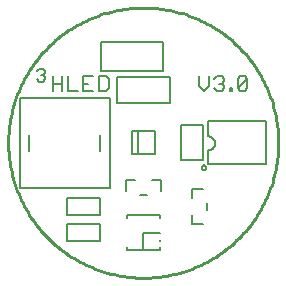
<source format=gto>
G75*
%MOIN*%
%OFA0B0*%
%FSLAX25Y25*%
%IPPOS*%
%LPD*%
%AMOC8*
5,1,8,0,0,1.08239X$1,22.5*
%
%ADD10C,0.01000*%
%ADD11C,0.00700*%
%ADD12C,0.00500*%
D10*
X0001600Y0047850D02*
X0001614Y0048954D01*
X0001654Y0050058D01*
X0001722Y0051160D01*
X0001817Y0052261D01*
X0001938Y0053358D01*
X0002087Y0054453D01*
X0002263Y0055543D01*
X0002465Y0056629D01*
X0002693Y0057710D01*
X0002949Y0058784D01*
X0003230Y0059852D01*
X0003538Y0060913D01*
X0003871Y0061966D01*
X0004231Y0063010D01*
X0004615Y0064045D01*
X0005025Y0065071D01*
X0005461Y0066086D01*
X0005920Y0067090D01*
X0006405Y0068083D01*
X0006914Y0069063D01*
X0007446Y0070030D01*
X0008002Y0070985D01*
X0008582Y0071925D01*
X0009184Y0072851D01*
X0009809Y0073761D01*
X0010456Y0074656D01*
X0011124Y0075535D01*
X0011815Y0076398D01*
X0012526Y0077243D01*
X0013257Y0078070D01*
X0014009Y0078879D01*
X0014780Y0079670D01*
X0015571Y0080441D01*
X0016380Y0081193D01*
X0017207Y0081924D01*
X0018052Y0082635D01*
X0018915Y0083326D01*
X0019794Y0083994D01*
X0020689Y0084641D01*
X0021599Y0085266D01*
X0022525Y0085868D01*
X0023465Y0086448D01*
X0024420Y0087004D01*
X0025387Y0087536D01*
X0026367Y0088045D01*
X0027360Y0088530D01*
X0028364Y0088989D01*
X0029379Y0089425D01*
X0030405Y0089835D01*
X0031440Y0090219D01*
X0032484Y0090579D01*
X0033537Y0090912D01*
X0034598Y0091220D01*
X0035666Y0091501D01*
X0036740Y0091757D01*
X0037821Y0091985D01*
X0038907Y0092187D01*
X0039997Y0092363D01*
X0041092Y0092512D01*
X0042189Y0092633D01*
X0043290Y0092728D01*
X0044392Y0092796D01*
X0045496Y0092836D01*
X0046600Y0092850D01*
X0047704Y0092836D01*
X0048808Y0092796D01*
X0049910Y0092728D01*
X0051011Y0092633D01*
X0052108Y0092512D01*
X0053203Y0092363D01*
X0054293Y0092187D01*
X0055379Y0091985D01*
X0056460Y0091757D01*
X0057534Y0091501D01*
X0058602Y0091220D01*
X0059663Y0090912D01*
X0060716Y0090579D01*
X0061760Y0090219D01*
X0062795Y0089835D01*
X0063821Y0089425D01*
X0064836Y0088989D01*
X0065840Y0088530D01*
X0066833Y0088045D01*
X0067813Y0087536D01*
X0068780Y0087004D01*
X0069735Y0086448D01*
X0070675Y0085868D01*
X0071601Y0085266D01*
X0072511Y0084641D01*
X0073406Y0083994D01*
X0074285Y0083326D01*
X0075148Y0082635D01*
X0075993Y0081924D01*
X0076820Y0081193D01*
X0077629Y0080441D01*
X0078420Y0079670D01*
X0079191Y0078879D01*
X0079943Y0078070D01*
X0080674Y0077243D01*
X0081385Y0076398D01*
X0082076Y0075535D01*
X0082744Y0074656D01*
X0083391Y0073761D01*
X0084016Y0072851D01*
X0084618Y0071925D01*
X0085198Y0070985D01*
X0085754Y0070030D01*
X0086286Y0069063D01*
X0086795Y0068083D01*
X0087280Y0067090D01*
X0087739Y0066086D01*
X0088175Y0065071D01*
X0088585Y0064045D01*
X0088969Y0063010D01*
X0089329Y0061966D01*
X0089662Y0060913D01*
X0089970Y0059852D01*
X0090251Y0058784D01*
X0090507Y0057710D01*
X0090735Y0056629D01*
X0090937Y0055543D01*
X0091113Y0054453D01*
X0091262Y0053358D01*
X0091383Y0052261D01*
X0091478Y0051160D01*
X0091546Y0050058D01*
X0091586Y0048954D01*
X0091600Y0047850D01*
X0091586Y0046746D01*
X0091546Y0045642D01*
X0091478Y0044540D01*
X0091383Y0043439D01*
X0091262Y0042342D01*
X0091113Y0041247D01*
X0090937Y0040157D01*
X0090735Y0039071D01*
X0090507Y0037990D01*
X0090251Y0036916D01*
X0089970Y0035848D01*
X0089662Y0034787D01*
X0089329Y0033734D01*
X0088969Y0032690D01*
X0088585Y0031655D01*
X0088175Y0030629D01*
X0087739Y0029614D01*
X0087280Y0028610D01*
X0086795Y0027617D01*
X0086286Y0026637D01*
X0085754Y0025670D01*
X0085198Y0024715D01*
X0084618Y0023775D01*
X0084016Y0022849D01*
X0083391Y0021939D01*
X0082744Y0021044D01*
X0082076Y0020165D01*
X0081385Y0019302D01*
X0080674Y0018457D01*
X0079943Y0017630D01*
X0079191Y0016821D01*
X0078420Y0016030D01*
X0077629Y0015259D01*
X0076820Y0014507D01*
X0075993Y0013776D01*
X0075148Y0013065D01*
X0074285Y0012374D01*
X0073406Y0011706D01*
X0072511Y0011059D01*
X0071601Y0010434D01*
X0070675Y0009832D01*
X0069735Y0009252D01*
X0068780Y0008696D01*
X0067813Y0008164D01*
X0066833Y0007655D01*
X0065840Y0007170D01*
X0064836Y0006711D01*
X0063821Y0006275D01*
X0062795Y0005865D01*
X0061760Y0005481D01*
X0060716Y0005121D01*
X0059663Y0004788D01*
X0058602Y0004480D01*
X0057534Y0004199D01*
X0056460Y0003943D01*
X0055379Y0003715D01*
X0054293Y0003513D01*
X0053203Y0003337D01*
X0052108Y0003188D01*
X0051011Y0003067D01*
X0049910Y0002972D01*
X0048808Y0002904D01*
X0047704Y0002864D01*
X0046600Y0002850D01*
X0045496Y0002864D01*
X0044392Y0002904D01*
X0043290Y0002972D01*
X0042189Y0003067D01*
X0041092Y0003188D01*
X0039997Y0003337D01*
X0038907Y0003513D01*
X0037821Y0003715D01*
X0036740Y0003943D01*
X0035666Y0004199D01*
X0034598Y0004480D01*
X0033537Y0004788D01*
X0032484Y0005121D01*
X0031440Y0005481D01*
X0030405Y0005865D01*
X0029379Y0006275D01*
X0028364Y0006711D01*
X0027360Y0007170D01*
X0026367Y0007655D01*
X0025387Y0008164D01*
X0024420Y0008696D01*
X0023465Y0009252D01*
X0022525Y0009832D01*
X0021599Y0010434D01*
X0020689Y0011059D01*
X0019794Y0011706D01*
X0018915Y0012374D01*
X0018052Y0013065D01*
X0017207Y0013776D01*
X0016380Y0014507D01*
X0015571Y0015259D01*
X0014780Y0016030D01*
X0014009Y0016821D01*
X0013257Y0017630D01*
X0012526Y0018457D01*
X0011815Y0019302D01*
X0011124Y0020165D01*
X0010456Y0021044D01*
X0009809Y0021939D01*
X0009184Y0022849D01*
X0008582Y0023775D01*
X0008002Y0024715D01*
X0007446Y0025670D01*
X0006914Y0026637D01*
X0006405Y0027617D01*
X0005920Y0028610D01*
X0005461Y0029614D01*
X0005025Y0030629D01*
X0004615Y0031655D01*
X0004231Y0032690D01*
X0003871Y0033734D01*
X0003538Y0034787D01*
X0003230Y0035848D01*
X0002949Y0036916D01*
X0002693Y0037990D01*
X0002465Y0039071D01*
X0002263Y0040157D01*
X0002087Y0041247D01*
X0001938Y0042342D01*
X0001817Y0043439D01*
X0001722Y0044540D01*
X0001654Y0045642D01*
X0001614Y0046746D01*
X0001600Y0047850D01*
D11*
X0016324Y0065100D02*
X0016324Y0070004D01*
X0013965Y0069635D02*
X0013965Y0068917D01*
X0013248Y0068200D01*
X0011813Y0068200D01*
X0011096Y0068917D01*
X0012531Y0070352D02*
X0013248Y0070352D01*
X0013965Y0069635D01*
X0013248Y0070352D02*
X0013965Y0071069D01*
X0013965Y0071786D01*
X0013248Y0072504D01*
X0011813Y0072504D01*
X0011096Y0071786D01*
X0016324Y0067552D02*
X0019594Y0067552D01*
X0019594Y0070004D02*
X0019594Y0065100D01*
X0021481Y0065100D02*
X0024750Y0065100D01*
X0026637Y0065100D02*
X0029907Y0065100D01*
X0031794Y0065100D02*
X0034246Y0065100D01*
X0035063Y0065917D01*
X0035063Y0069187D01*
X0034246Y0070004D01*
X0031794Y0070004D01*
X0031794Y0065100D01*
X0028272Y0067552D02*
X0026637Y0067552D01*
X0026637Y0070004D02*
X0026637Y0065100D01*
X0021481Y0065100D02*
X0021481Y0070004D01*
X0026637Y0070004D02*
X0029907Y0070004D01*
X0065153Y0070004D02*
X0065153Y0066735D01*
X0066787Y0065100D01*
X0068422Y0066735D01*
X0068422Y0070004D01*
X0070309Y0069187D02*
X0071126Y0070004D01*
X0072761Y0070004D01*
X0073578Y0069187D01*
X0073578Y0068369D01*
X0072761Y0067552D01*
X0073578Y0066735D01*
X0073578Y0065917D01*
X0072761Y0065100D01*
X0071126Y0065100D01*
X0070309Y0065917D01*
X0071944Y0067552D02*
X0072761Y0067552D01*
X0075465Y0065917D02*
X0076283Y0065917D01*
X0076283Y0065100D01*
X0075465Y0065100D01*
X0075465Y0065917D01*
X0078044Y0065917D02*
X0081313Y0069187D01*
X0081313Y0065917D01*
X0080496Y0065100D01*
X0078861Y0065100D01*
X0078044Y0065917D01*
X0078044Y0069187D01*
X0078861Y0070004D01*
X0080496Y0070004D01*
X0081313Y0069187D01*
D12*
X0021088Y0020606D02*
X0021088Y0015094D01*
X0032112Y0015094D01*
X0032112Y0020606D01*
X0021088Y0020606D01*
X0021187Y0023844D02*
X0021187Y0029356D01*
X0032013Y0029356D01*
X0032013Y0023844D01*
X0021187Y0023844D01*
X0035350Y0032850D02*
X0005350Y0032850D01*
X0005350Y0062850D01*
X0035350Y0062850D01*
X0035350Y0032850D01*
X0040694Y0031866D02*
X0040694Y0035409D01*
X0043844Y0035409D01*
X0049356Y0035409D02*
X0052506Y0035409D01*
X0052506Y0031866D01*
X0047781Y0030291D02*
X0045419Y0030291D01*
X0041088Y0023657D02*
X0052112Y0023657D01*
X0052112Y0022693D01*
X0052112Y0017850D02*
X0046600Y0017850D01*
X0046600Y0012338D01*
X0052112Y0012151D02*
X0052112Y0013007D01*
X0052112Y0012043D02*
X0041088Y0012043D01*
X0041088Y0013007D01*
X0052112Y0015094D02*
X0052112Y0015488D01*
X0062791Y0020694D02*
X0066334Y0020694D01*
X0062791Y0020694D02*
X0062791Y0023844D01*
X0067909Y0025419D02*
X0067909Y0027781D01*
X0062791Y0029356D02*
X0062791Y0032506D01*
X0066334Y0032506D01*
X0066039Y0039582D02*
X0066041Y0039638D01*
X0066047Y0039693D01*
X0066057Y0039747D01*
X0066070Y0039801D01*
X0066088Y0039854D01*
X0066109Y0039905D01*
X0066133Y0039955D01*
X0066161Y0040003D01*
X0066193Y0040049D01*
X0066227Y0040093D01*
X0066265Y0040134D01*
X0066305Y0040172D01*
X0066348Y0040207D01*
X0066393Y0040239D01*
X0066441Y0040268D01*
X0066490Y0040294D01*
X0066541Y0040316D01*
X0066593Y0040334D01*
X0066647Y0040348D01*
X0066702Y0040359D01*
X0066757Y0040366D01*
X0066812Y0040369D01*
X0066868Y0040368D01*
X0066923Y0040363D01*
X0066978Y0040354D01*
X0067032Y0040342D01*
X0067085Y0040325D01*
X0067137Y0040305D01*
X0067187Y0040281D01*
X0067235Y0040254D01*
X0067282Y0040224D01*
X0067326Y0040190D01*
X0067368Y0040153D01*
X0067406Y0040113D01*
X0067443Y0040071D01*
X0067476Y0040026D01*
X0067505Y0039980D01*
X0067532Y0039931D01*
X0067554Y0039880D01*
X0067574Y0039828D01*
X0067589Y0039774D01*
X0067601Y0039720D01*
X0067609Y0039665D01*
X0067613Y0039610D01*
X0067613Y0039554D01*
X0067609Y0039499D01*
X0067601Y0039444D01*
X0067589Y0039390D01*
X0067574Y0039336D01*
X0067554Y0039284D01*
X0067532Y0039233D01*
X0067505Y0039184D01*
X0067476Y0039138D01*
X0067443Y0039093D01*
X0067406Y0039051D01*
X0067368Y0039011D01*
X0067326Y0038974D01*
X0067282Y0038940D01*
X0067235Y0038910D01*
X0067187Y0038883D01*
X0067137Y0038859D01*
X0067085Y0038839D01*
X0067032Y0038822D01*
X0066978Y0038810D01*
X0066923Y0038801D01*
X0066868Y0038796D01*
X0066812Y0038795D01*
X0066757Y0038798D01*
X0066702Y0038805D01*
X0066647Y0038816D01*
X0066593Y0038830D01*
X0066541Y0038848D01*
X0066490Y0038870D01*
X0066441Y0038896D01*
X0066393Y0038925D01*
X0066348Y0038957D01*
X0066305Y0038992D01*
X0066265Y0039030D01*
X0066227Y0039071D01*
X0066193Y0039115D01*
X0066161Y0039161D01*
X0066133Y0039209D01*
X0066109Y0039259D01*
X0066088Y0039310D01*
X0066070Y0039363D01*
X0066057Y0039417D01*
X0066047Y0039471D01*
X0066041Y0039526D01*
X0066039Y0039582D01*
X0066492Y0041935D02*
X0066492Y0053765D01*
X0059208Y0053765D01*
X0059208Y0041935D01*
X0066492Y0041935D01*
X0068204Y0040763D02*
X0068204Y0045409D01*
X0068322Y0045409D01*
X0068412Y0045411D01*
X0068502Y0045417D01*
X0068592Y0045426D01*
X0068681Y0045440D01*
X0068770Y0045457D01*
X0068858Y0045478D01*
X0068945Y0045502D01*
X0069030Y0045530D01*
X0069115Y0045562D01*
X0069198Y0045598D01*
X0069279Y0045637D01*
X0069359Y0045679D01*
X0069437Y0045725D01*
X0069513Y0045774D01*
X0069586Y0045826D01*
X0069658Y0045881D01*
X0069727Y0045939D01*
X0069793Y0046000D01*
X0069857Y0046064D01*
X0069918Y0046130D01*
X0069976Y0046199D01*
X0070031Y0046271D01*
X0070083Y0046344D01*
X0070132Y0046420D01*
X0070178Y0046498D01*
X0070220Y0046578D01*
X0070259Y0046659D01*
X0070295Y0046742D01*
X0070327Y0046827D01*
X0070355Y0046912D01*
X0070379Y0046999D01*
X0070400Y0047087D01*
X0070417Y0047176D01*
X0070431Y0047265D01*
X0070440Y0047355D01*
X0070446Y0047445D01*
X0070448Y0047535D01*
X0070448Y0047850D01*
X0070444Y0047943D01*
X0070435Y0048035D01*
X0070423Y0048127D01*
X0070407Y0048219D01*
X0070387Y0048309D01*
X0070363Y0048399D01*
X0070335Y0048487D01*
X0070304Y0048575D01*
X0070269Y0048661D01*
X0070230Y0048745D01*
X0070188Y0048828D01*
X0070142Y0048908D01*
X0070093Y0048987D01*
X0070040Y0049064D01*
X0069985Y0049138D01*
X0069926Y0049210D01*
X0069864Y0049279D01*
X0069800Y0049346D01*
X0069732Y0049409D01*
X0069662Y0049470D01*
X0069590Y0049528D01*
X0069515Y0049583D01*
X0069438Y0049635D01*
X0069358Y0049683D01*
X0069277Y0049728D01*
X0069194Y0049769D01*
X0069109Y0049807D01*
X0069023Y0049841D01*
X0068935Y0049871D01*
X0068846Y0049898D01*
X0068756Y0049921D01*
X0068666Y0049940D01*
X0068574Y0049955D01*
X0068482Y0049966D01*
X0068389Y0049973D01*
X0068297Y0049977D01*
X0068204Y0049976D01*
X0068204Y0054937D01*
X0087496Y0054937D01*
X0087496Y0040763D01*
X0068204Y0040763D01*
X0050537Y0043913D02*
X0050537Y0051787D01*
X0044927Y0051787D01*
X0044927Y0043913D01*
X0042663Y0043913D01*
X0042663Y0051787D01*
X0044927Y0051787D01*
X0044927Y0043913D02*
X0050537Y0043913D01*
X0032161Y0045163D02*
X0032161Y0050537D01*
X0037840Y0060921D02*
X0037840Y0069779D01*
X0055360Y0069779D01*
X0055360Y0060921D01*
X0037840Y0060921D01*
X0032614Y0071876D02*
X0032614Y0081167D01*
X0032614Y0081324D01*
X0053086Y0081324D01*
X0053086Y0071876D01*
X0032614Y0071876D01*
X0008539Y0050537D02*
X0008539Y0045163D01*
X0041088Y0023657D02*
X0041088Y0022693D01*
M02*

</source>
